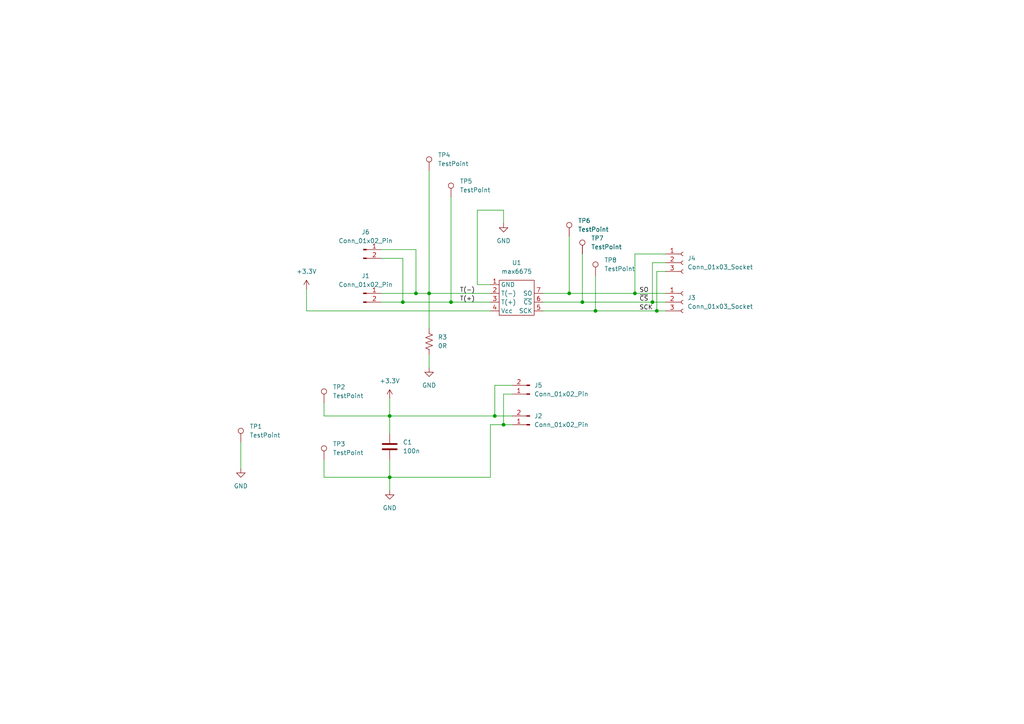
<source format=kicad_sch>
(kicad_sch (version 20230121) (generator eeschema)
  (paper "A4")
  (lib_symbols
    (symbol "Connector:Conn_01x02_Pin" (pin_names (offset 1.016) hide)
      (property "Reference" "J" (at 0 2.54 0))
      (property "Value" "Conn_01x02_Pin" (at 0 -5.08 0))
      (symbol "Conn_01x02_Pin_1_1"
        (polyline (pts (xy 1.27 -2.54) (xy 0.8636 -2.54)) (stroke (width 0.1524)))
        (polyline (pts (xy 1.27 0) (xy 0.8636 0)) (stroke (width 0.1524)))
        (rectangle (start 0.8636 -2.413) (end 0 -2.667) (stroke (width 0.1524)) (fill (type outline)))
        (rectangle (start 0.8636 0.127) (end 0 -0.127) (stroke (width 0.1524)) (fill (type outline)))
        (pin passive line (at 5.08 0 180) (length 3.81) (name "Pin_1") (number "1"))
        (pin passive line (at 5.08 -2.54 180) (length 3.81) (name "Pin_2") (number "2"))
      )
    )
    (symbol "Connector:Conn_01x03_Socket" (pin_names (offset 1.016) hide)
      (property "Reference" "J" (at 0 5.08 0))
      (property "Value" "Conn_01x03_Socket" (at 0 -5.08 0))
      (symbol "Conn_01x03_Socket_1_1"
        (arc (start 0 -2.032) (mid -0.5058 -2.54) (end 0 -3.048) (stroke (width 0.1524)))
        (polyline (pts (xy -1.27 -2.54) (xy -0.508 -2.54)) (stroke (width 0.1524)))
        (polyline (pts (xy -1.27 0) (xy -0.508 0)) (stroke (width 0.1524)))
        (polyline (pts (xy -1.27 2.54) (xy -0.508 2.54)) (stroke (width 0.1524)))
        (arc (start 0 0.508) (mid -0.5058 0) (end 0 -0.508) (stroke (width 0.1524)))
        (arc (start 0 3.048) (mid -0.5058 2.54) (end 0 2.032) (stroke (width 0.1524)))
        (pin passive line (at -5.08 2.54 0) (length 3.81) (name "Pin_1") (number "1"))
        (pin passive line (at -5.08 0 0) (length 3.81) (name "Pin_2") (number "2"))
        (pin passive line (at -5.08 -2.54 0) (length 3.81) (name "Pin_3") (number "3"))
      )
    )
    (symbol "Connector:TestPoint" (pin_numbers hide) (pin_names (offset 0.762) hide)
      (property "Reference" "TP" (at 0 6.858 0))
      (property "Value" "TestPoint" (at 0 5.08 0))
      (symbol "TestPoint_0_1"
        (circle (center 0 3.302) (radius 0.762))
      )
      (symbol "TestPoint_1_1"
        (pin passive line (at 0 0 90) (length 2.54) (name "1") (number "1"))
      )
    )
    (symbol "Device:C" (pin_numbers hide) (pin_names (offset 0.254))
      (property "Reference" "C" (at 0.635 2.54 0))
      (property "Value" "C" (at 0.635 -2.54 0))
      (symbol "C_0_1"
        (polyline (pts (xy -2.032 -0.762) (xy 2.032 -0.762)) (stroke (width 0.508)))
        (polyline (pts (xy -2.032 0.762) (xy 2.032 0.762)) (stroke (width 0.508)))
      )
      (symbol "C_1_1"
        (pin passive line (at 0 3.81 270) (length 2.794) (name "~") (number "1"))
        (pin passive line (at 0 -3.81 90) (length 2.794) (name "~") (number "2"))
      )
    )
    (symbol "Device:R_US" (pin_numbers hide) (pin_names (offset 0))
      (property "Reference" "R" (at 2.54 0 90))
      (property "Value" "R_US" (at -2.54 0 90))
      (symbol "R_US_0_1"
        (polyline (pts (xy 0 -2.286) (xy 0 -2.54)))
        (polyline (pts (xy 0 2.286) (xy 0 2.54)))
        (polyline (pts (xy 0 -0.762) (xy 1.016 -1.143) (xy 0 -1.524) (xy -1.016 -1.905) (xy 0 -2.286)))
        (polyline (pts (xy 0 0.762) (xy 1.016 0.381) (xy 0 0) (xy -1.016 -0.381) (xy 0 -0.762)))
        (polyline (pts (xy 0 2.286) (xy 1.016 1.905) (xy 0 1.524) (xy -1.016 1.143) (xy 0 0.762)))
      )
      (symbol "R_US_1_1"
        (pin passive line (at 0 3.81 270) (length 1.27) (name "~") (number "1"))
        (pin passive line (at 0 -3.81 90) (length 1.27) (name "~") (number "2"))
      )
    )
    (symbol "active:max6675"
      (property "Reference" "U" (at 0 -6.35 0))
      (property "Value" "max6675" (at 0 6.35 0))
      (symbol "max6675_0_1"
        (rectangle (start -5.08 5.08) (end 5.08 -5.08))
      )
      (symbol "max6675_1_1"
        (pin power_in line (at -7.62 3.81 0) (length 2.54) (name "GND") (number "1"))
        (pin input line (at -7.62 1.27 0) (length 2.54) (name "T(-)") (number "2"))
        (pin input line (at -7.62 -1.27 0) (length 2.54) (name "T(+)") (number "3"))
        (pin power_in line (at -7.62 -3.81 0) (length 2.54) (name "Vcc") (number "4"))
        (pin input line (at 7.62 -3.81 180) (length 2.54) (name "SCK") (number "5"))
        (pin input line (at 7.62 -1.27 180) (length 2.54) (name "~{CS}") (number "6"))
        (pin output line (at 7.62 1.27 180) (length 2.54) (name "SO") (number "7"))
      )
    )
    (symbol "power:+3.3V" (power) (pin_names (offset 0))
      (property "Value" "+3.3V" (at 0 3.556 0))
      (symbol "+3.3V_0_1"
        (polyline (pts (xy -0.762 1.27) (xy 0 2.54)))
        (polyline (pts (xy 0 0) (xy 0 2.54)))
        (polyline (pts (xy 0 2.54) (xy 0.762 1.27)))
      )
      (symbol "+3.3V_1_1"
        (pin power_in line (at 0 0 90) (length 0) hide (name "+3.3V") (number "1"))
      )
    )
    (symbol "power:GND" (power) (pin_names (offset 0))
      (property "Value" "GND" (at 0 -3.81 0))
      (symbol "GND_0_1"
        (polyline (pts (xy 0 0) (xy 0 -1.27) (xy 1.27 -1.27) (xy 0 -2.54) (xy -1.27 -1.27) (xy 0 -1.27)))
      )
      (symbol "GND_1_1"
        (pin power_in line (at 0 0 270) (length 0) hide (name "GND") (number "1"))
      )
    )
  )
  (junction (at 130.81 87.63))
  (junction (at 172.72 90.17))
  (junction (at 168.91 87.63))
  (junction (at 189.23 87.63))
  (junction (at 113.03 120.65))
  (junction (at 190.5 90.17))
  (junction (at 143.51 120.65))
  (junction (at 120.65 85.09))
  (junction (at 113.03 138.43))
  (junction (at 116.84 87.63))
  (junction (at 184.15 85.09))
  (junction (at 165.1 85.09))
  (junction (at 146.05 123.19))
  (junction (at 124.46 85.09))
  (wire (pts (xy 148.59 123.19) (xy 146.05 123.19)))
  (wire (pts (xy 130.81 57.15) (xy 130.81 87.63)))
  (wire (pts (xy 184.15 73.66) (xy 184.15 85.09)))
  (wire (pts (xy 157.48 90.17) (xy 172.72 90.17)))
  (wire (pts (xy 116.84 74.93) (xy 116.84 87.63)))
  (wire (pts (xy 184.15 85.09) (xy 193.04 85.09)))
  (wire (pts (xy 146.05 123.19) (xy 142.24 123.19)))
  (wire (pts (xy 138.43 82.55) (xy 138.43 60.96)))
  (wire (pts (xy 113.03 138.43) (xy 142.24 138.43)))
  (wire (pts (xy 190.5 78.74) (xy 190.5 90.17)))
  (wire (pts (xy 124.46 85.09) (xy 142.24 85.09)))
  (wire (pts (xy 168.91 87.63) (xy 189.23 87.63)))
  (wire (pts (xy 165.1 85.09) (xy 184.15 85.09)))
  (wire (pts (xy 138.43 60.96) (xy 146.05 60.96)))
  (wire (pts (xy 69.85 128.27) (xy 69.85 135.89)))
  (wire (pts (xy 110.49 87.63) (xy 116.84 87.63)))
  (wire (pts (xy 130.81 87.63) (xy 142.24 87.63)))
  (wire (pts (xy 120.65 85.09) (xy 124.46 85.09)))
  (wire (pts (xy 193.04 73.66) (xy 184.15 73.66)))
  (wire (pts (xy 93.98 120.65) (xy 113.03 120.65)))
  (wire (pts (xy 88.9 90.17) (xy 142.24 90.17)))
  (wire (pts (xy 124.46 85.09) (xy 124.46 95.25)))
  (wire (pts (xy 110.49 85.09) (xy 120.65 85.09)))
  (wire (pts (xy 143.51 120.65) (xy 148.59 120.65)))
  (wire (pts (xy 113.03 138.43) (xy 113.03 142.24)))
  (wire (pts (xy 148.59 114.3) (xy 146.05 114.3)))
  (wire (pts (xy 93.98 116.84) (xy 93.98 120.65)))
  (wire (pts (xy 190.5 90.17) (xy 193.04 90.17)))
  (wire (pts (xy 110.49 74.93) (xy 116.84 74.93)))
  (wire (pts (xy 113.03 120.65) (xy 113.03 125.73)))
  (wire (pts (xy 157.48 87.63) (xy 168.91 87.63)))
  (wire (pts (xy 142.24 82.55) (xy 138.43 82.55)))
  (wire (pts (xy 165.1 68.58) (xy 165.1 85.09)))
  (wire (pts (xy 113.03 133.35) (xy 113.03 138.43)))
  (wire (pts (xy 113.03 120.65) (xy 143.51 120.65)))
  (wire (pts (xy 146.05 60.96) (xy 146.05 64.77)))
  (wire (pts (xy 193.04 78.74) (xy 190.5 78.74)))
  (wire (pts (xy 93.98 138.43) (xy 113.03 138.43)))
  (wire (pts (xy 189.23 87.63) (xy 193.04 87.63)))
  (wire (pts (xy 148.59 111.76) (xy 143.51 111.76)))
  (wire (pts (xy 113.03 115.57) (xy 113.03 120.65)))
  (wire (pts (xy 168.91 73.66) (xy 168.91 87.63)))
  (wire (pts (xy 120.65 72.39) (xy 120.65 85.09)))
  (wire (pts (xy 124.46 102.87) (xy 124.46 106.68)))
  (wire (pts (xy 172.72 80.01) (xy 172.72 90.17)))
  (wire (pts (xy 110.49 72.39) (xy 120.65 72.39)))
  (wire (pts (xy 143.51 111.76) (xy 143.51 120.65)))
  (wire (pts (xy 189.23 76.2) (xy 189.23 87.63)))
  (wire (pts (xy 116.84 87.63) (xy 130.81 87.63)))
  (wire (pts (xy 142.24 123.19) (xy 142.24 138.43)))
  (wire (pts (xy 124.46 49.53) (xy 124.46 85.09)))
  (wire (pts (xy 172.72 90.17) (xy 190.5 90.17)))
  (wire (pts (xy 193.04 76.2) (xy 189.23 76.2)))
  (wire (pts (xy 93.98 133.35) (xy 93.98 138.43)))
  (wire (pts (xy 157.48 85.09) (xy 165.1 85.09)))
  (wire (pts (xy 146.05 114.3) (xy 146.05 123.19)))
  (wire (pts (xy 88.9 83.82) (xy 88.9 90.17)))
  (label "T(+)" (at 133.35 87.63 0))
  (label "~{CS}" (at 185.42 87.63 0))
  (label "SO" (at 185.42 85.09 0))
  (label "SCK" (at 185.42 90.17 0))
  (label "T(-)" (at 133.35 85.09 0))
  (symbol (lib_id "Connector:Conn_01x02_Pin") (at 105.41 85.09 0) (unit 1)
    (property "Reference" "J1" (at 106.045 80.01 0))
    (property "Value" "Conn_01x02_Pin" (at 106.045 82.55 0))
    (property "Footprint" "Connector_PinSocket_2.54mm:PinSocket_1x02_P2.54mm_Vertical" (effects hide))
    (instances (project "thermo-sensor-digital" (path "" (reference "J1") (unit 1))) (project "controller_v2" (path "" (reference "J6") (unit 1))))
  )
  (symbol (lib_id "active:max6675") (at 149.86 86.36 0) (unit 1)
    (property "Reference" "U1" (at 149.86 76.2 0))
    (property "Value" "max6675" (at 149.86 78.74 0))
    (property "Footprint" "active:max6675" (effects hide))
  )
  (symbol (lib_id "Device:C") (at 113.03 129.54 0) (unit 1)
    (property "Reference" "C1" (at 116.84 128.27 0) (effects (justify left)))
    (property "Value" "100n" (at 116.84 130.81 0) (effects (justify left)))
    (property "Footprint" "Capacitor_THT:C_Disc_D5.0mm_W2.5mm_P2.50mm" (effects hide))
    (instances (project "thermo-sensor-digital" (path "" (reference "C1") (unit 1))) (project "controller_v2" (path "" (reference "C3") (unit 1))))
  )
  (symbol (lib_id "Connector:Conn_01x02_Pin") (at 105.41 72.39 0) (unit 1)
    (property "Reference" "J6" (at 106.045 67.31 0))
    (property "Value" "Conn_01x02_Pin" (at 106.045 69.85 0))
    (property "Footprint" "Connector_PinSocket_2.54mm:PinSocket_1x02_P2.54mm_Vertical" (effects hide))
    (instances (project "thermo-sensor-digital" (path "" (reference "J6") (unit 1))) (project "controller_v2" (path "" (reference "J5") (unit 1))))
  )
  (symbol (lib_id "Connector:TestPoint") (at 124.46 49.53 0) (unit 1)
    (property "Reference" "TP4" (at 127 44.958 0) (effects (justify left)))
    (property "Value" "TestPoint" (at 127 47.498 0) (effects (justify left)))
    (property "Footprint" "TestPoint:TestPoint_Pad_2.0x2.0mm" (effects hide))
    (instances (project "thermo-sensor-digital" (path "" (reference "TP4") (unit 1))) (project "controller_v2" (path "" (reference "TP9") (unit 1))))
  )
  (symbol (lib_id "Connector:TestPoint") (at 69.85 128.27 0) (unit 1)
    (property "Reference" "TP1" (at 72.39 123.698 0) (effects (justify left)))
    (property "Value" "TestPoint" (at 72.39 126.238 0) (effects (justify left)))
    (property "Footprint" "TestPoint:TestPoint_THTPad_4.0x4.0mm_Drill2.0mm" (effects hide))
    (instances (project "thermo-sensor-digital" (path "" (reference "TP1") (unit 1))) (project "controller_v2" (path "" (reference "TP6") (unit 1))))
  )
  (symbol (lib_id "power:+3.3V") (at 88.9 83.82 0) (unit 1)
    (property "Reference" "#PWR02" (effects hide))
    (property "Value" "+3.3V" (at 88.9 78.74 0))
    (instances (project "thermo-sensor-digital" (path "" (reference "#PWR02") (unit 1))) (project "controller_v2" (path "" (reference "#PWR019") (unit 1))))
  )
  (symbol (lib_id "power:GND") (at 69.85 135.89 0) (unit 1)
    (property "Reference" "#PWR01" (effects hide))
    (property "Value" "GND" (at 69.85 140.97 0))
    (instances (project "thermo-sensor-digital" (path "" (reference "#PWR01") (unit 1))) (project "controller_v2" (path "" (reference "#PWR018") (unit 1))))
  )
  (symbol (lib_id "power:GND") (at 113.03 142.24 0) (unit 1)
    (property "Reference" "#PWR04" (effects hide))
    (property "Value" "GND" (at 113.03 147.32 0))
    (instances (project "thermo-sensor-digital" (path "" (reference "#PWR04") (unit 1))) (project "controller_v2" (path "" (reference "#PWR021") (unit 1))))
  )
  (symbol (lib_id "Connector:TestPoint") (at 168.91 73.66 0) (unit 1)
    (property "Reference" "TP7" (at 171.45 69.088 0) (effects (justify left)))
    (property "Value" "TestPoint" (at 171.45 71.628 0) (effects (justify left)))
    (property "Footprint" "TestPoint:TestPoint_Pad_2.0x2.0mm" (effects hide))
    (instances (project "thermo-sensor-digital" (path "" (reference "TP7") (unit 1))) (project "controller_v2" (path "" (reference "TP12") (unit 1))))
  )
  (symbol (lib_id "Connector:TestPoint") (at 172.72 80.01 0) (unit 1)
    (property "Reference" "TP8" (at 175.26 75.438 0) (effects (justify left)))
    (property "Value" "TestPoint" (at 175.26 77.978 0) (effects (justify left)))
    (property "Footprint" "TestPoint:TestPoint_Pad_2.0x2.0mm" (effects hide))
    (instances (project "thermo-sensor-digital" (path "" (reference "TP8") (unit 1))) (project "controller_v2" (path "" (reference "TP13") (unit 1))))
  )
  (symbol (lib_id "Connector:TestPoint") (at 130.81 57.15 0) (unit 1)
    (property "Reference" "TP5" (at 133.35 52.578 0) (effects (justify left)))
    (property "Value" "TestPoint" (at 133.35 55.118 0) (effects (justify left)))
    (property "Footprint" "TestPoint:TestPoint_Pad_2.0x2.0mm" (effects hide))
    (instances (project "thermo-sensor-digital" (path "" (reference "TP5") (unit 1))) (project "controller_v2" (path "" (reference "TP10") (unit 1))))
  )
  (symbol (lib_id "Connector:TestPoint") (at 93.98 116.84 0) (unit 1)
    (property "Reference" "TP2" (at 96.52 112.268 0) (effects (justify left)))
    (property "Value" "TestPoint" (at 96.52 114.808 0) (effects (justify left)))
    (property "Footprint" "TestPoint:TestPoint_Pad_2.0x2.0mm" (effects hide))
    (instances (project "thermo-sensor-digital" (path "" (reference "TP2") (unit 1))) (project "controller_v2" (path "" (reference "TP7") (unit 1))))
  )
  (symbol (lib_id "power:GND") (at 146.05 64.77 0) (unit 1)
    (property "Reference" "#PWR05" (effects hide))
    (property "Value" "GND" (at 146.05 69.85 0))
    (instances (project "thermo-sensor-digital" (path "" (reference "#PWR05") (unit 1))) (project "controller_v2" (path "" (reference "#PWR022") (unit 1))))
  )
  (symbol (lib_id "power:GND") (at 124.46 106.68 0) (unit 1)
    (property "Reference" "#PWR05" (effects hide))
    (property "Value" "GND" (at 124.46 111.76 0))
    (instances (project "thermo-sensor-digital" (path "" (reference "#PWR05") (unit 1))) (project "controller_v2" (path "" (reference "#PWR016") (unit 1))))
  )
  (symbol (lib_id "Connector:TestPoint") (at 93.98 133.35 0) (unit 1)
    (property "Reference" "TP3" (at 96.52 128.778 0) (effects (justify left)))
    (property "Value" "TestPoint" (at 96.52 131.318 0) (effects (justify left)))
    (property "Footprint" "TestPoint:TestPoint_Plated_Hole_D2.0mm" (effects hide))
    (instances (project "thermo-sensor-digital" (path "" (reference "TP3") (unit 1))) (project "controller_v2" (path "" (reference "TP8") (unit 1))))
  )
  (symbol (lib_id "power:+3.3V") (at 113.03 115.57 0) (unit 1)
    (property "Reference" "#PWR03" (effects hide))
    (property "Value" "+3.3V" (at 113.03 110.49 0))
    (instances (project "thermo-sensor-digital" (path "" (reference "#PWR03") (unit 1))) (project "controller_v2" (path "" (reference "#PWR020") (unit 1))))
  )
  (symbol (lib_id "Device:R_US") (at 124.46 99.06 0) (unit 1)
    (property "Reference" "R3" (at 127 97.79 0) (effects (justify left)))
    (property "Value" "0R" (at 127 100.33 0) (effects (justify left)))
    (property "Footprint" "Resistor_THT:R_Axial_DIN0207_L6.3mm_D2.5mm_P10.16mm_Horizontal" (effects hide))
    (instances (project "controller" (path "" (reference "R3") (unit 1))) (project "controller_v2" (path "" (reference "R?") (unit 1)) (path "" (reference "R8") (unit 1)) (path "" (reference "R8") (unit 1))))
  )
  (symbol (lib_id "Connector:Conn_01x02_Pin") (at 153.67 123.19 180) (unit 1)
    (property "Reference" "J2" (at 154.94 120.65 0) (effects (justify right)))
    (property "Value" "Conn_01x02_Pin" (at 154.94 123.19 0) (effects (justify right)))
    (property "Footprint" "Connector_PinSocket_2.54mm:PinSocket_1x02_P2.54mm_Vertical" (effects hide))
    (instances (project "thermo-sensor-digital" (path "" (reference "J2") (unit 1))) (project "controller_v2" (path "" (reference "J8") (unit 1))))
  )
  (symbol (lib_id "Connector:Conn_01x02_Pin") (at 153.67 114.3 180) (unit 1)
    (property "Reference" "J5" (at 154.94 111.76 0) (effects (justify right)))
    (property "Value" "Conn_01x02_Pin" (at 154.94 114.3 0) (effects (justify right)))
    (property "Footprint" "Connector_PinSocket_2.54mm:PinSocket_1x02_P2.54mm_Vertical" (effects hide))
    (instances (project "thermo-sensor-digital" (path "" (reference "J5") (unit 1))) (project "controller_v2" (path "" (reference "J7") (unit 1))))
  )
  (symbol (lib_id "Connector:TestPoint") (at 165.1 68.58 0) (unit 1)
    (property "Reference" "TP6" (at 167.64 64.008 0) (effects (justify left)))
    (property "Value" "TestPoint" (at 167.64 66.548 0) (effects (justify left)))
    (property "Footprint" "TestPoint:TestPoint_Pad_2.0x2.0mm" (effects hide))
    (instances (project "thermo-sensor-digital" (path "" (reference "TP6") (unit 1))) (project "controller_v2" (path "" (reference "TP11") (unit 1))))
  )
  (symbol (lib_id "Connector:Conn_01x03_Socket") (at 198.12 76.2 0) (unit 1)
    (property "Reference" "J4" (at 199.39 74.93 0) (effects (justify left)))
    (property "Value" "Conn_01x03_Socket" (at 199.39 77.47 0) (effects (justify left)))
    (property "Footprint" "Connector_PinSocket_2.54mm:PinSocket_1x03_P2.54mm_Vertical" (effects hide))
    (instances (project "thermo-sensor-digital" (path "" (reference "J4") (unit 1))) (project "controller_v2" (path "" (reference "J9") (unit 1))))
  )
  (symbol (lib_id "Connector:Conn_01x03_Socket") (at 198.12 87.63 0) (unit 1)
    (property "Reference" "J3" (at 199.39 86.36 0) (effects (justify left)))
    (property "Value" "Conn_01x03_Socket" (at 199.39 88.9 0) (effects (justify left)))
    (property "Footprint" "Connector_PinSocket_2.54mm:PinSocket_1x03_P2.54mm_Vertical" (effects hide))
    (instances (project "thermo-sensor-digital" (path "" (reference "J3") (unit 1))) (project "controller_v2" (path "" (reference "J10") (unit 1))))
  )
)
</source>
